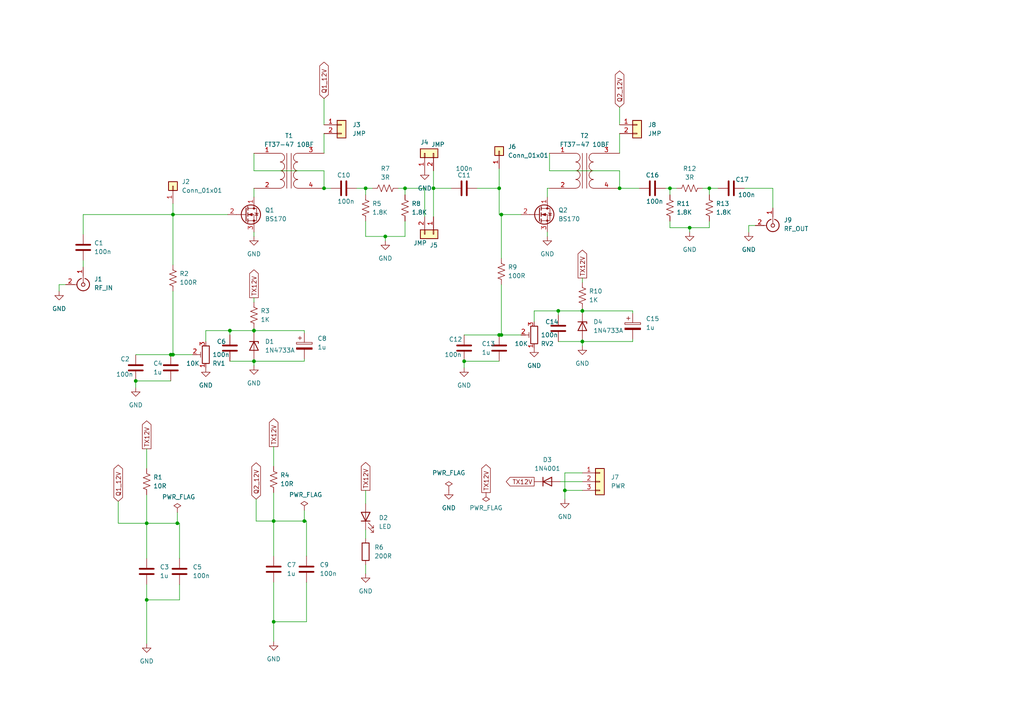
<source format=kicad_sch>
(kicad_sch (version 20211123) (generator eeschema)
  (paper "A4")
  (lib_symbols
    (symbol "Connector:Conn_Coaxial" (pin_names (offset 1.016) hide)
      (property "Reference" "J" (at 0.254 3.048 0))
      (property "Value" "Conn_Coaxial" (at 2.921 0 90))
      (symbol "Conn_Coaxial_0_1"
        (arc (start -1.778 -0.508) (mid 0.2311 -1.8066) (end 1.778 0) (stroke (width 0.254)))
        (polyline (pts (xy -2.54 0) (xy -0.508 0)))
        (polyline (pts (xy 0 -2.54) (xy 0 -1.778)))
        (circle (center 0 0) (radius 0.508) (stroke (width 0.2032)))
        (arc (start 1.778 0) (mid 0.2099 1.8101) (end -1.778 0.508) (stroke (width 0.254)))
      )
      (symbol "Conn_Coaxial_1_1"
        (pin passive line (at -5.08 0 0) (length 2.54) (name "In") (number "1"))
        (pin passive line (at 0 -5.08 90) (length 2.54) (name "Ext") (number "2"))
      )
    )
    (symbol "Connector_Generic:Conn_01x01" (pin_names (offset 1.016) hide)
      (property "Reference" "J" (at 0 2.54 0))
      (property "Value" "Conn_01x01" (at 0 -2.54 0))
      (symbol "Conn_01x01_1_1"
        (rectangle (start -1.27 0.127) (end 0 -0.127) (stroke (width 0.1524)))
        (rectangle (start -1.27 1.27) (end 1.27 -1.27) (stroke (width 0.254)) (fill (type background)))
        (pin passive line (at -5.08 0 0) (length 3.81) (name "Pin_1") (number "1"))
      )
    )
    (symbol "Connector_Generic:Conn_01x02" (pin_names (offset 1.016) hide)
      (property "Reference" "J" (at 0 2.54 0))
      (property "Value" "Conn_01x02" (at 0 -5.08 0))
      (symbol "Conn_01x02_1_1"
        (rectangle (start -1.27 -2.413) (end 0 -2.667) (stroke (width 0.1524)))
        (rectangle (start -1.27 0.127) (end 0 -0.127) (stroke (width 0.1524)))
        (rectangle (start -1.27 1.27) (end 1.27 -3.81) (stroke (width 0.254)) (fill (type background)))
        (pin passive line (at -5.08 0 0) (length 3.81) (name "Pin_1") (number "1"))
        (pin passive line (at -5.08 -2.54 0) (length 3.81) (name "Pin_2") (number "2"))
      )
    )
    (symbol "Connector_Generic:Conn_01x03" (pin_names (offset 1.016) hide)
      (property "Reference" "J" (at 0 5.08 0))
      (property "Value" "Conn_01x03" (at 0 -5.08 0))
      (symbol "Conn_01x03_1_1"
        (rectangle (start -1.27 -2.413) (end 0 -2.667) (stroke (width 0.1524)))
        (rectangle (start -1.27 0.127) (end 0 -0.127) (stroke (width 0.1524)))
        (rectangle (start -1.27 2.667) (end 0 2.413) (stroke (width 0.1524)))
        (rectangle (start -1.27 3.81) (end 1.27 -3.81) (stroke (width 0.254)) (fill (type background)))
        (pin passive line (at -5.08 2.54 0) (length 3.81) (name "Pin_1") (number "1"))
        (pin passive line (at -5.08 0 0) (length 3.81) (name "Pin_2") (number "2"))
        (pin passive line (at -5.08 -2.54 0) (length 3.81) (name "Pin_3") (number "3"))
      )
    )
    (symbol "Custom_RF:Generic Transfomer" (pin_names (offset 1.016) hide)
      (property "Reference" "T" (at 0 6.35 0))
      (property "Value" "Generic Transfomer" (at 0 -7.62 0))
      (symbol "Generic Transfomer_0_1"
        (arc (start -2.54 -5.0546) (mid -1.6599 -4.6901) (end -1.27 -3.81))
        (arc (start -2.54 -2.5146) (mid -1.6599 -2.1501) (end -1.27 -1.27))
        (arc (start -2.54 0.0254) (mid -1.6599 0.3899) (end -1.27 1.27))
        (arc (start -2.54 2.5654) (mid -1.6599 2.9299) (end -1.27 3.81))
        (arc (start -1.27 -3.81) (mid -1.642 -2.912) (end -2.54 -2.54))
        (arc (start -1.27 -1.27) (mid -1.642 -0.372) (end -2.54 0))
        (arc (start -1.27 1.27) (mid -1.642 2.168) (end -2.54 2.54))
        (arc (start -1.27 3.81) (mid -1.642 4.708) (end -2.54 5.08))
        (polyline (pts (xy -0.635 5.08) (xy -0.635 -5.08)))
        (polyline (pts (xy 0.635 -5.08) (xy 0.635 5.08)))
        (arc (start 1.2954 -1.27) (mid 1.6599 -2.1501) (end 2.54 -2.5146))
        (arc (start 1.2954 1.27) (mid 1.6599 0.3899) (end 2.54 0.0254))
        (arc (start 1.2954 3.81) (mid 1.6599 2.9299) (end 2.54 2.5654))
        (arc (start 1.3208 -3.81) (mid 1.6853 -4.6901) (end 2.5654 -5.0546))
        (arc (start 2.54 0) (mid 1.642 -0.372) (end 1.2954 -1.27))
        (arc (start 2.54 2.54) (mid 1.642 2.168) (end 1.2954 1.27))
        (arc (start 2.54 5.08) (mid 1.642 4.708) (end 1.2954 3.81))
        (arc (start 2.5654 -2.54) (mid 1.6674 -2.912) (end 1.3208 -3.81))
      )
      (symbol "Generic Transfomer_1_1"
        (pin passive line (at -10.16 5.08 0) (length 7.62) (name "AA") (number "1"))
        (pin passive line (at -10.16 -5.08 0) (length 7.62) (name "AB") (number "2"))
        (pin passive line (at 10.16 5.08 180) (length 7.62) (name "SB") (number "3"))
        (pin passive line (at 10.16 -5.08 180) (length 7.62) (name "SA") (number "4"))
      )
    )
    (symbol "Device:C" (pin_numbers hide) (pin_names (offset 0.254))
      (property "Reference" "C" (at 0.635 2.54 0))
      (property "Value" "C" (at 0.635 -2.54 0))
      (symbol "C_0_1"
        (polyline (pts (xy -2.032 -0.762) (xy 2.032 -0.762)) (stroke (width 0.508)))
        (polyline (pts (xy -2.032 0.762) (xy 2.032 0.762)) (stroke (width 0.508)))
      )
      (symbol "C_1_1"
        (pin passive line (at 0 3.81 270) (length 2.794) (name "~") (number "1"))
        (pin passive line (at 0 -3.81 90) (length 2.794) (name "~") (number "2"))
      )
    )
    (symbol "Device:C_Polarized" (pin_numbers hide) (pin_names (offset 0.254))
      (property "Reference" "C" (at 0.635 2.54 0))
      (property "Value" "C_Polarized" (at 0.635 -2.54 0))
      (symbol "C_Polarized_0_1"
        (rectangle (start -2.286 0.508) (end 2.286 1.016))
        (polyline (pts (xy -1.778 2.286) (xy -0.762 2.286)))
        (polyline (pts (xy -1.27 2.794) (xy -1.27 1.778)))
        (rectangle (start 2.286 -0.508) (end -2.286 -1.016) (fill (type outline)))
      )
      (symbol "C_Polarized_1_1"
        (pin passive line (at 0 3.81 270) (length 2.794) (name "~") (number "1"))
        (pin passive line (at 0 -3.81 90) (length 2.794) (name "~") (number "2"))
      )
    )
    (symbol "Device:LED" (pin_numbers hide) (pin_names (offset 1.016) hide)
      (property "Reference" "D" (at 0 2.54 0))
      (property "Value" "LED" (at 0 -2.54 0))
      (symbol "LED_0_1"
        (polyline (pts (xy -1.27 -1.27) (xy -1.27 1.27)) (stroke (width 0.254)))
        (polyline (pts (xy -1.27 0) (xy 1.27 0)))
        (polyline (pts (xy 1.27 -1.27) (xy 1.27 1.27) (xy -1.27 0) (xy 1.27 -1.27)) (stroke (width 0.254)))
        (polyline (pts (xy -3.048 -0.762) (xy -4.572 -2.286) (xy -3.81 -2.286) (xy -4.572 -2.286) (xy -4.572 -1.524)))
        (polyline (pts (xy -1.778 -0.762) (xy -3.302 -2.286) (xy -2.54 -2.286) (xy -3.302 -2.286) (xy -3.302 -1.524)))
      )
      (symbol "LED_1_1"
        (pin passive line (at -3.81 0 0) (length 2.54) (name "K") (number "1"))
        (pin passive line (at 3.81 0 180) (length 2.54) (name "A") (number "2"))
      )
    )
    (symbol "Device:R" (pin_numbers hide) (pin_names (offset 0))
      (property "Reference" "R" (at 2.032 0 90))
      (property "Value" "R" (at 0 0 90))
      (symbol "R_0_1"
        (rectangle (start -1.016 -2.54) (end 1.016 2.54) (stroke (width 0.254)))
      )
      (symbol "R_1_1"
        (pin passive line (at 0 3.81 270) (length 1.27) (name "~") (number "1"))
        (pin passive line (at 0 -3.81 90) (length 1.27) (name "~") (number "2"))
      )
    )
    (symbol "Device:R_Potentiometer_Trim" (pin_names (offset 1.016) hide)
      (property "Reference" "RV" (at -4.445 0 90))
      (property "Value" "R_Potentiometer_Trim" (at -2.54 0 90))
      (symbol "R_Potentiometer_Trim_0_1"
        (polyline (pts (xy 1.524 0.762) (xy 1.524 -0.762)))
        (polyline (pts (xy 2.54 0) (xy 1.524 0)))
        (rectangle (start 1.016 2.54) (end -1.016 -2.54) (stroke (width 0.254)))
      )
      (symbol "R_Potentiometer_Trim_1_1"
        (pin passive line (at 0 3.81 270) (length 1.27) (name "1") (number "1"))
        (pin passive line (at 3.81 0 180) (length 1.27) (name "2") (number "2"))
        (pin passive line (at 0 -3.81 90) (length 1.27) (name "3") (number "3"))
      )
    )
    (symbol "Device:R_US" (pin_numbers hide) (pin_names (offset 0))
      (property "Reference" "R" (at 2.54 0 90))
      (property "Value" "R_US" (at -2.54 0 90))
      (symbol "R_US_0_1"
        (polyline (pts (xy 0 -2.286) (xy 0 -2.54)))
        (polyline (pts (xy 0 2.286) (xy 0 2.54)))
        (polyline (pts (xy 0 -0.762) (xy 1.016 -1.143) (xy 0 -1.524) (xy -1.016 -1.905) (xy 0 -2.286)))
        (polyline (pts (xy 0 0.762) (xy 1.016 0.381) (xy 0 0) (xy -1.016 -0.381) (xy 0 -0.762)))
        (polyline (pts (xy 0 2.286) (xy 1.016 1.905) (xy 0 1.524) (xy -1.016 1.143) (xy 0 0.762)))
      )
      (symbol "R_US_1_1"
        (pin passive line (at 0 3.81 270) (length 1.27) (name "~") (number "1"))
        (pin passive line (at 0 -3.81 90) (length 1.27) (name "~") (number "2"))
      )
    )
    (symbol "Diode:1N4001" (pin_numbers hide) (pin_names (offset 1.016) hide)
      (property "Reference" "D" (at 0 2.54 0))
      (property "Value" "1N4001" (at 0 -2.54 0))
      (symbol "1N4001_0_1"
        (polyline (pts (xy -1.27 1.27) (xy -1.27 -1.27)) (stroke (width 0.254)))
        (polyline (pts (xy 1.27 0) (xy -1.27 0)))
        (polyline (pts (xy 1.27 1.27) (xy 1.27 -1.27) (xy -1.27 0) (xy 1.27 1.27)) (stroke (width 0.254)))
      )
      (symbol "1N4001_1_1"
        (pin passive line (at -3.81 0 0) (length 2.54) (name "K") (number "1"))
        (pin passive line (at 3.81 0 180) (length 2.54) (name "A") (number "2"))
      )
    )
    (symbol "Diode:1N47xxA" (pin_numbers hide) (pin_names hide)
      (property "Reference" "D" (at 0 2.54 0))
      (property "Value" "1N47xxA" (at 0 -2.54 0))
      (symbol "1N47xxA_0_1"
        (polyline (pts (xy 1.27 0) (xy -1.27 0)))
        (polyline (pts (xy -1.27 -1.27) (xy -1.27 1.27) (xy -0.762 1.27)) (stroke (width 0.254)))
        (polyline (pts (xy 1.27 -1.27) (xy 1.27 1.27) (xy -1.27 0) (xy 1.27 -1.27)) (stroke (width 0.254)))
      )
      (symbol "1N47xxA_1_1"
        (pin passive line (at -3.81 0 0) (length 2.54) (name "K") (number "1"))
        (pin passive line (at 3.81 0 180) (length 2.54) (name "A") (number "2"))
      )
    )
    (symbol "Transistor_FET:BS170" (pin_names hide)
      (property "Reference" "Q" (at 5.08 1.905 0))
      (property "Value" "BS170" (at 5.08 0 0))
      (symbol "BS170_0_1"
        (polyline (pts (xy 0.254 0) (xy -2.54 0)))
        (polyline (pts (xy 0.254 1.905) (xy 0.254 -1.905)) (stroke (width 0.254)))
        (polyline (pts (xy 0.762 -1.27) (xy 0.762 -2.286)) (stroke (width 0.254)))
        (polyline (pts (xy 0.762 0.508) (xy 0.762 -0.508)) (stroke (width 0.254)))
        (polyline (pts (xy 0.762 2.286) (xy 0.762 1.27)) (stroke (width 0.254)))
        (polyline (pts (xy 2.54 2.54) (xy 2.54 1.778)))
        (polyline (pts (xy 2.54 -2.54) (xy 2.54 0) (xy 0.762 0)))
        (polyline (pts (xy 0.762 -1.778) (xy 3.302 -1.778) (xy 3.302 1.778) (xy 0.762 1.778)))
        (polyline (pts (xy 1.016 0) (xy 2.032 0.381) (xy 2.032 -0.381) (xy 1.016 0)) (fill (type outline)))
        (polyline (pts (xy 2.794 0.508) (xy 2.921 0.381) (xy 3.683 0.381) (xy 3.81 0.254)))
        (polyline (pts (xy 3.302 0.381) (xy 2.921 -0.254) (xy 3.683 -0.254) (xy 3.302 0.381)))
        (circle (center 1.651 0) (radius 2.794) (stroke (width 0.254)))
        (circle (center 2.54 -1.778) (radius 0.254) (fill (type outline)))
        (circle (center 2.54 1.778) (radius 0.254) (fill (type outline)))
      )
      (symbol "BS170_1_1"
        (pin passive line (at 2.54 5.08 270) (length 2.54) (name "D") (number "1"))
        (pin input line (at -5.08 0 0) (length 2.54) (name "G") (number "2"))
        (pin passive line (at 2.54 -5.08 90) (length 2.54) (name "S") (number "3"))
      )
    )
    (symbol "power:GND" (power) (pin_names (offset 0))
      (property "Value" "GND" (at 0 -3.81 0))
      (symbol "GND_0_1"
        (polyline (pts (xy 0 0) (xy 0 -1.27) (xy 1.27 -1.27) (xy 0 -2.54) (xy -1.27 -1.27) (xy 0 -1.27)))
      )
      (symbol "GND_1_1"
        (pin power_in line (at 0 0 270) (length 0) hide (name "GND") (number "1"))
      )
    )
    (symbol "power:PWR_FLAG" (power) (pin_numbers hide) (pin_names (offset 0) hide)
      (property "Value" "PWR_FLAG" (at 0 3.81 0))
      (symbol "PWR_FLAG_0_0"
        (pin power_out line (at 0 0 90) (length 0) (name "pwr") (number "1"))
      )
      (symbol "PWR_FLAG_0_1"
        (polyline (pts (xy 0 0) (xy 0 1.27) (xy -1.016 1.905) (xy 0 2.54) (xy 1.016 1.905) (xy 0 1.27)))
      )
    )
  )
  (junction (at 49.53 102.87))
  (junction (at 200.025 66.04))
  (junction (at 144.78 97.155))
  (junction (at 179.705 54.61))
  (junction (at 73.66 95.885))
  (junction (at 194.31 54.61))
  (junction (at 111.76 68.58))
  (junction (at 42.545 173.99))
  (junction (at 168.91 99.06))
  (junction (at 205.74 54.61))
  (junction (at 144.78 54.61))
  (junction (at 106.045 54.61))
  (junction (at 51.435 151.765))
  (junction (at 145.415 97.155))
  (junction (at 50.165 102.87))
  (junction (at 117.475 54.61))
  (junction (at 39.37 110.49))
  (junction (at 161.925 90.17))
  (junction (at 168.91 90.17))
  (junction (at 163.83 142.24))
  (junction (at 145.415 62.23))
  (junction (at 42.545 151.765))
  (junction (at 125.73 54.61))
  (junction (at 50.165 62.23))
  (junction (at 66.675 95.885))
  (junction (at 73.66 104.775))
  (junction (at 93.98 54.61))
  (junction (at 79.375 151.13))
  (junction (at 79.375 180.34))
  (junction (at 134.62 104.775))
  (junction (at 88.265 151.13))
  (wire (pts (xy 50.165 102.87) (xy 55.88 102.87)))
  (wire (pts (xy 73.66 49.53) (xy 93.98 49.53)))
  (wire (pts (xy 183.515 99.06) (xy 183.515 98.425)))
  (wire (pts (xy 42.545 143.51) (xy 42.545 151.765)))
  (wire (pts (xy 194.31 66.04) (xy 194.31 64.135)))
  (wire (pts (xy 73.66 104.775) (xy 66.675 104.775)))
  (wire (pts (xy 103.505 54.61) (xy 106.045 54.61)))
  (wire (pts (xy 106.045 54.61) (xy 106.045 56.515)))
  (wire (pts (xy 50.165 59.055) (xy 50.165 62.23)))
  (wire (pts (xy 161.925 90.17) (xy 168.91 90.17)))
  (wire (pts (xy 117.475 54.61) (xy 117.475 56.515)))
  (wire (pts (xy 42.545 173.99) (xy 52.07 173.99)))
  (wire (pts (xy 163.83 142.24) (xy 168.91 142.24)))
  (wire (pts (xy 219.075 65.405) (xy 217.17 65.405)))
  (wire (pts (xy 88.265 104.775) (xy 88.265 104.14)))
  (wire (pts (xy 88.265 151.13) (xy 88.9 151.13)))
  (wire (pts (xy 111.76 68.58) (xy 106.045 68.58)))
  (wire (pts (xy 168.91 90.805) (xy 168.91 90.17)))
  (wire (pts (xy 42.545 151.765) (xy 51.435 151.765)))
  (wire (pts (xy 93.98 28.575) (xy 93.98 36.195)))
  (wire (pts (xy 73.66 95.885) (xy 88.265 95.885)))
  (wire (pts (xy 73.66 106.045) (xy 73.66 104.775)))
  (wire (pts (xy 168.91 99.06) (xy 161.925 99.06)))
  (wire (pts (xy 158.75 67.31) (xy 158.75 68.58)))
  (wire (pts (xy 145.415 97.155) (xy 151.13 97.155)))
  (wire (pts (xy 154.94 90.17) (xy 154.94 93.345)))
  (wire (pts (xy 73.66 54.61) (xy 73.66 57.15)))
  (wire (pts (xy 24.13 62.23) (xy 24.13 67.945)))
  (wire (pts (xy 79.375 180.34) (xy 88.9 180.34)))
  (wire (pts (xy 224.155 54.61) (xy 224.155 60.325)))
  (wire (pts (xy 50.165 62.23) (xy 24.13 62.23)))
  (wire (pts (xy 168.91 98.425) (xy 168.91 99.06)))
  (wire (pts (xy 158.75 54.61) (xy 159.385 54.61)))
  (wire (pts (xy 179.705 38.735) (xy 179.705 44.45)))
  (wire (pts (xy 194.31 54.61) (xy 196.215 54.61)))
  (wire (pts (xy 17.145 82.55) (xy 17.145 84.455)))
  (wire (pts (xy 39.37 112.395) (xy 39.37 110.49)))
  (wire (pts (xy 145.415 82.55) (xy 145.415 97.155)))
  (wire (pts (xy 117.475 68.58) (xy 111.76 68.58)))
  (wire (pts (xy 144.78 62.23) (xy 144.78 54.61)))
  (wire (pts (xy 24.13 75.565) (xy 24.13 77.47)))
  (wire (pts (xy 125.73 62.865) (xy 125.73 54.61)))
  (wire (pts (xy 168.91 90.17) (xy 168.91 89.535)))
  (wire (pts (xy 144.78 48.895) (xy 144.78 54.61)))
  (wire (pts (xy 34.29 145.415) (xy 34.29 151.765)))
  (wire (pts (xy 73.66 86.36) (xy 73.66 87.63)))
  (wire (pts (xy 59.69 95.885) (xy 59.69 99.06)))
  (wire (pts (xy 93.98 49.53) (xy 93.98 54.61)))
  (wire (pts (xy 125.73 49.53) (xy 125.73 54.61)))
  (wire (pts (xy 194.31 54.61) (xy 194.31 56.515)))
  (wire (pts (xy 179.705 49.53) (xy 179.705 54.61)))
  (wire (pts (xy 42.545 173.99) (xy 42.545 186.69)))
  (wire (pts (xy 154.94 90.17) (xy 161.925 90.17)))
  (wire (pts (xy 168.91 137.16) (xy 163.83 137.16)))
  (wire (pts (xy 123.19 54.61) (xy 123.19 62.865)))
  (wire (pts (xy 151.13 62.23) (xy 145.415 62.23)))
  (wire (pts (xy 145.415 97.155) (xy 144.78 97.155)))
  (wire (pts (xy 163.83 142.24) (xy 163.83 144.78)))
  (wire (pts (xy 73.66 104.775) (xy 88.265 104.775)))
  (wire (pts (xy 179.705 31.115) (xy 179.705 36.195)))
  (wire (pts (xy 42.545 130.175) (xy 42.545 135.89)))
  (wire (pts (xy 79.375 151.13) (xy 88.265 151.13)))
  (wire (pts (xy 205.74 54.61) (xy 205.74 56.515)))
  (wire (pts (xy 59.69 95.885) (xy 66.675 95.885)))
  (wire (pts (xy 205.74 54.61) (xy 208.28 54.61)))
  (wire (pts (xy 183.515 90.17) (xy 183.515 90.805)))
  (wire (pts (xy 134.62 106.68) (xy 134.62 104.775)))
  (wire (pts (xy 66.675 95.885) (xy 73.66 95.885)))
  (wire (pts (xy 79.375 168.91) (xy 79.375 180.34)))
  (wire (pts (xy 93.98 38.735) (xy 93.98 44.45)))
  (wire (pts (xy 88.265 147.955) (xy 88.265 151.13)))
  (wire (pts (xy 200.025 66.04) (xy 194.31 66.04)))
  (wire (pts (xy 205.74 64.135) (xy 205.74 66.04)))
  (wire (pts (xy 50.165 84.455) (xy 50.165 102.87)))
  (wire (pts (xy 73.66 67.31) (xy 73.66 68.58)))
  (wire (pts (xy 134.62 104.775) (xy 144.78 104.775)))
  (wire (pts (xy 50.165 102.87) (xy 49.53 102.87)))
  (wire (pts (xy 217.17 65.405) (xy 217.17 67.31)))
  (wire (pts (xy 39.37 102.87) (xy 49.53 102.87)))
  (wire (pts (xy 117.475 64.135) (xy 117.475 68.58)))
  (wire (pts (xy 79.375 151.13) (xy 79.375 161.29)))
  (wire (pts (xy 159.385 44.45) (xy 159.385 49.53)))
  (wire (pts (xy 168.91 90.17) (xy 183.515 90.17)))
  (wire (pts (xy 79.375 180.34) (xy 79.375 186.055)))
  (wire (pts (xy 138.43 54.61) (xy 144.78 54.61)))
  (wire (pts (xy 42.545 151.765) (xy 34.29 151.765)))
  (wire (pts (xy 88.9 151.13) (xy 88.9 161.29)))
  (wire (pts (xy 163.83 137.16) (xy 163.83 142.24)))
  (wire (pts (xy 134.62 97.155) (xy 144.78 97.155)))
  (wire (pts (xy 159.385 49.53) (xy 179.705 49.53)))
  (wire (pts (xy 205.74 66.04) (xy 200.025 66.04)))
  (wire (pts (xy 79.375 151.13) (xy 74.295 151.13)))
  (wire (pts (xy 50.165 62.23) (xy 50.165 76.835)))
  (wire (pts (xy 158.75 54.61) (xy 158.75 57.15)))
  (wire (pts (xy 66.04 62.23) (xy 50.165 62.23)))
  (wire (pts (xy 106.045 68.58) (xy 106.045 64.135)))
  (wire (pts (xy 117.475 54.61) (xy 123.19 54.61)))
  (wire (pts (xy 168.91 80.645) (xy 168.91 81.915)))
  (wire (pts (xy 168.91 100.33) (xy 168.91 99.06)))
  (wire (pts (xy 179.705 54.61) (xy 185.42 54.61)))
  (wire (pts (xy 39.37 110.49) (xy 49.53 110.49)))
  (wire (pts (xy 145.415 62.23) (xy 144.78 62.23)))
  (wire (pts (xy 106.045 153.67) (xy 106.045 156.21)))
  (wire (pts (xy 215.9 54.61) (xy 224.155 54.61)))
  (wire (pts (xy 73.66 96.52) (xy 73.66 95.885)))
  (wire (pts (xy 88.9 180.34) (xy 88.9 168.91)))
  (wire (pts (xy 51.435 148.59) (xy 51.435 151.765)))
  (wire (pts (xy 66.675 95.885) (xy 66.675 97.155)))
  (wire (pts (xy 115.57 54.61) (xy 117.475 54.61)))
  (wire (pts (xy 168.91 99.06) (xy 183.515 99.06)))
  (wire (pts (xy 42.545 151.765) (xy 42.545 161.925)))
  (wire (pts (xy 79.375 129.54) (xy 79.375 135.255)))
  (wire (pts (xy 74.295 144.78) (xy 74.295 151.13)))
  (wire (pts (xy 51.435 151.765) (xy 52.07 151.765)))
  (wire (pts (xy 73.66 44.45) (xy 73.66 49.53)))
  (wire (pts (xy 106.045 163.83) (xy 106.045 166.37)))
  (wire (pts (xy 200.025 66.04) (xy 200.025 67.31)))
  (wire (pts (xy 42.545 169.545) (xy 42.545 173.99)))
  (wire (pts (xy 88.265 95.885) (xy 88.265 96.52)))
  (wire (pts (xy 145.415 62.23) (xy 145.415 74.93)))
  (wire (pts (xy 19.05 82.55) (xy 17.145 82.55)))
  (wire (pts (xy 193.04 54.61) (xy 194.31 54.61)))
  (wire (pts (xy 73.66 104.14) (xy 73.66 104.775)))
  (wire (pts (xy 106.045 142.24) (xy 106.045 146.05)))
  (wire (pts (xy 52.07 151.765) (xy 52.07 161.925)))
  (wire (pts (xy 106.045 54.61) (xy 107.95 54.61)))
  (wire (pts (xy 93.98 54.61) (xy 95.885 54.61)))
  (wire (pts (xy 52.07 169.545) (xy 52.07 173.99)))
  (wire (pts (xy 161.925 90.17) (xy 161.925 91.44)))
  (wire (pts (xy 203.835 54.61) (xy 205.74 54.61)))
  (wire (pts (xy 79.375 142.875) (xy 79.375 151.13)))
  (wire (pts (xy 111.76 68.58) (xy 111.76 69.85)))
  (wire (pts (xy 73.66 95.885) (xy 73.66 95.25)))
  (wire (pts (xy 162.56 139.7) (xy 168.91 139.7)))
  (wire (pts (xy 125.73 54.61) (xy 130.81 54.61)))
  (global_label "Q1_12V" (shape bidirectional) (at 34.29 145.415 90) (property "Intersheet References" "${INTERSHEET_REFS}" (effects hide)))
  (global_label "Q1_12V" (shape bidirectional) (at 93.98 28.575 90) (property "Intersheet References" "${INTERSHEET_REFS}" (effects hide)))
  (global_label "TX12V" (shape output) (at 42.545 130.175 90) (property "Intersheet References" "${INTERSHEET_REFS}" (effects hide)))
  (global_label "Q2_12V" (shape bidirectional) (at 179.705 31.115 90) (property "Intersheet References" "${INTERSHEET_REFS}" (effects hide)))
  (global_label "Q2_12V" (shape bidirectional) (at 74.295 144.78 90) (property "Intersheet References" "${INTERSHEET_REFS}" (effects hide)))
  (global_label "TX12V" (shape output) (at 140.97 142.875 90) (property "Intersheet References" "${INTERSHEET_REFS}" (effects hide)))
  (global_label "TX12V" (shape output) (at 168.91 80.645 90) (property "Intersheet References" "${INTERSHEET_REFS}" (effects hide)))
  (global_label "TX12V" (shape output) (at 79.375 129.54 90) (property "Intersheet References" "${INTERSHEET_REFS}" (effects hide)))
  (global_label "TX12V" (shape output) (at 106.045 142.24 90) (property "Intersheet References" "${INTERSHEET_REFS}" (effects hide)))
  (global_label "TX12V" (shape output) (at 154.94 139.7 180) (property "Intersheet References" "${INTERSHEET_REFS}" (effects hide)))
  (global_label "TX12V" (shape output) (at 73.66 86.36 90) (property "Intersheet References" "${INTERSHEET_REFS}" (effects hide)))
  (symbol (lib_id "Device:R_US") (at 145.415 78.74 180) (unit 1)
    (property "Reference" "R9" (at 147.32 77.4699 0) (effects (justify right)))
    (property "Value" "100R" (at 147.32 80.0099 0) (effects (justify right)))
    (property "Footprint" "Resistor_SMD:R_1206_3216Metric" (effects hide))
  )
  (symbol (lib_id "Device:R_US") (at 73.66 91.44 0) (unit 1)
    (property "Reference" "R3" (at 75.565 90.1699 0) (effects (justify left)))
    (property "Value" "1K" (at 75.565 92.7099 0) (effects (justify left)))
    (property "Footprint" "Resistor_SMD:R_1206_3216Metric" (effects hide))
  )
  (symbol (lib_id "Connector:Conn_Coaxial") (at 24.13 82.55 270) (unit 1)
    (property "Reference" "J1" (at 27.305 80.9624 90) (effects (justify left)))
    (property "Value" "RF_IN" (at 27.305 83.5024 90) (effects (justify left)))
    (property "Footprint" "Connector_Coaxial:SMA_Amphenol_901-144_Vertical" (effects hide))
    (property "Datasheet" " ~" (effects hide))
  )
  (symbol (lib_id "Device:R_US") (at 205.74 60.325 180) (unit 1)
    (property "Reference" "R13" (at 207.645 59.0549 0) (effects (justify right)))
    (property "Value" "1.8K" (at 207.645 61.5949 0) (effects (justify right)))
    (property "Footprint" "Resistor_SMD:R_1206_3216Metric" (effects hide))
  )
  (symbol (lib_id "Device:R_US") (at 50.165 80.645 180) (unit 1)
    (property "Reference" "R2" (at 52.07 79.3749 0) (effects (justify right)))
    (property "Value" "100R" (at 52.07 81.9149 0) (effects (justify right)))
    (property "Footprint" "Resistor_SMD:R_1206_3216Metric" (effects hide))
  )
  (symbol (lib_id "power:GND") (at 163.83 144.78 0) (unit 1)
    (property "Reference" "#PWR014" (effects hide))
    (property "Value" "GND" (at 163.83 149.86 0))
  )
  (symbol (lib_id "power:GND") (at 130.175 142.24 0) (unit 1)
    (property "Reference" "#PWR010" (effects hide))
    (property "Value" "GND" (at 130.175 147.32 0))
  )
  (symbol (lib_id "Transistor_FET:BS170") (at 71.12 62.23 0) (unit 1)
    (property "Reference" "Q1" (at 76.835 60.9599 0) (effects (justify left)))
    (property "Value" "BS170" (at 76.835 63.4999 0) (effects (justify left)))
    (property "Footprint" "Package_TO_SOT_THT:TO-92_Inline_Wide" (effects hide))
    (property "Datasheet" "https://www.onsemi.com/pub/Collateral/BS170-D.PDF" (effects hide))
  )
  (symbol (lib_id "Device:C") (at 99.695 54.61 270) (unit 1)
    (property "Reference" "C10" (at 99.695 50.8 90))
    (property "Value" "100n" (at 100.33 58.42 90))
    (property "Footprint" "Capacitor_SMD:C_1206_3216Metric" (effects hide))
  )
  (symbol (lib_id "Connector_Generic:Conn_01x02") (at 125.73 67.945 270) (unit 1)
    (property "Reference" "J5" (at 127 71.12 90) (effects (justify right)))
    (property "Value" "JMP" (at 123.825 70.485 90) (effects (justify right)))
    (property "Footprint" "Connector_PinHeader_2.54mm:PinHeader_1x02_P2.54mm_Vertical" (effects hide))
  )
  (symbol (lib_id "power:GND") (at 106.045 166.37 0) (unit 1)
    (property "Reference" "#PWR08" (effects hide))
    (property "Value" "GND" (at 106.045 171.45 0))
  )
  (symbol (lib_id "Device:C") (at 42.545 165.735 0) (unit 1)
    (property "Reference" "C3" (at 46.355 164.4649 0) (effects (justify left)))
    (property "Value" "1u" (at 46.355 167.0049 0) (effects (justify left)))
    (property "Footprint" "Capacitor_SMD:C_1206_3216Metric" (effects hide))
  )
  (symbol (lib_id "power:GND") (at 73.66 68.58 0) (unit 1)
    (property "Reference" "#PWR05" (effects hide))
    (property "Value" "GND" (at 73.66 73.66 0))
  )
  (symbol (lib_id "Device:C") (at 161.925 95.25 0) (unit 1)
    (property "Reference" "C14" (at 158.115 93.345 0) (effects (justify left)))
    (property "Value" "100n" (at 156.845 97.155 0) (effects (justify left)))
    (property "Footprint" "Capacitor_SMD:C_1206_3216Metric" (effects hide))
  )
  (symbol (lib_id "Device:R_US") (at 106.045 60.325 180) (unit 1)
    (property "Reference" "R5" (at 107.95 59.0549 0) (effects (justify right)))
    (property "Value" "1.8K" (at 107.95 61.5949 0) (effects (justify right)))
    (property "Footprint" "Resistor_SMD:R_1206_3216Metric" (effects hide))
  )
  (symbol (lib_id "Device:C") (at 212.09 54.61 270) (unit 1)
    (property "Reference" "C17" (at 215.265 52.07 90))
    (property "Value" "100n" (at 216.535 56.515 90))
    (property "Footprint" "Capacitor_SMD:C_1206_3216Metric" (effects hide))
  )
  (symbol (lib_id "power:PWR_FLAG") (at 51.435 148.59 0) (unit 1)
    (property "Reference" "#FLG01" (effects hide))
    (property "Value" "PWR_FLAG" (at 46.99 144.145 0) (effects (justify left)))
  )
  (symbol (lib_id "power:GND") (at 111.76 69.85 0) (unit 1)
    (property "Reference" "#PWR09" (effects hide))
    (property "Value" "GND" (at 111.76 74.93 0))
  )
  (symbol (lib_id "Device:C") (at 189.23 54.61 270) (unit 1)
    (property "Reference" "C16" (at 189.23 50.8 90))
    (property "Value" "100n" (at 189.865 58.42 90))
    (property "Footprint" "Capacitor_SMD:C_1206_3216Metric" (effects hide))
  )
  (symbol (lib_id "power:GND") (at 59.69 106.68 0) (unit 1)
    (property "Reference" "#PWR04" (effects hide))
    (property "Value" "GND" (at 59.69 111.76 0))
  )
  (symbol (lib_id "Custom_RF:Generic Transfomer") (at 169.545 49.53 0) (unit 1)
    (property "Reference" "T2" (at 169.5577 39.37 0))
    (property "Value" "FT37-47 10BF" (at 169.5577 41.91 0))
    (property "Footprint" "Transformer_THT:Transformer_Toroid_Horizontal_D10.5mm_Amidon-T37" (effects hide))
  )
  (symbol (lib_id "Device:C") (at 144.78 100.965 0) (unit 1)
    (property "Reference" "C13" (at 139.7 99.695 0) (effects (justify left)))
    (property "Value" "1u" (at 139.7 102.235 0) (effects (justify left)))
    (property "Footprint" "Capacitor_SMD:C_1206_3216Metric" (effects hide))
  )
  (symbol (lib_id "Connector:Conn_Coaxial") (at 224.155 65.405 270) (unit 1)
    (property "Reference" "J9" (at 227.33 63.8174 90) (effects (justify left)))
    (property "Value" "RF_OUT" (at 227.33 66.3574 90) (effects (justify left)))
    (property "Footprint" "Connector_Coaxial:SMA_Amphenol_901-144_Vertical" (effects hide))
    (property "Datasheet" " ~" (effects hide))
  )
  (symbol (lib_id "power:GND") (at 200.025 67.31 0) (unit 1)
    (property "Reference" "#PWR016" (effects hide))
    (property "Value" "GND" (at 200.025 72.39 0))
  )
  (symbol (lib_id "Device:R_Potentiometer_Trim") (at 154.94 97.155 180) (unit 1)
    (property "Reference" "RV2" (at 156.845 99.695 0) (effects (justify right)))
    (property "Value" "10K" (at 149.225 99.695 0) (effects (justify right)))
    (property "Footprint" "Potentiometer_THT:Potentiometer_Bourns_3296W_Vertical" (effects hide))
  )
  (symbol (lib_id "power:PWR_FLAG") (at 130.175 142.24 0) (unit 1)
    (property "Reference" "#FLG03" (effects hide))
    (property "Value" "PWR_FLAG" (at 130.175 137.16 0))
  )
  (symbol (lib_id "Device:C") (at 49.53 106.68 0) (unit 1)
    (property "Reference" "C4" (at 44.45 105.41 0) (effects (justify left)))
    (property "Value" "1u" (at 44.45 107.95 0) (effects (justify left)))
    (property "Footprint" "Capacitor_SMD:C_1206_3216Metric" (effects hide))
  )
  (symbol (lib_id "Device:C") (at 52.07 165.735 0) (unit 1)
    (property "Reference" "C5" (at 55.88 164.4649 0) (effects (justify left)))
    (property "Value" "100n" (at 55.88 167.0049 0) (effects (justify left)))
    (property "Footprint" "Capacitor_SMD:C_1206_3216Metric" (effects hide))
  )
  (symbol (lib_id "Device:R_US") (at 79.375 139.065 0) (unit 1)
    (property "Reference" "R4" (at 81.28 137.7949 0) (effects (justify left)))
    (property "Value" "10R" (at 81.28 140.3349 0) (effects (justify left)))
    (property "Footprint" "Resistor_SMD:R_1206_3216Metric" (effects hide))
  )
  (symbol (lib_id "Connector_Generic:Conn_01x02") (at 99.06 36.195 0) (unit 1)
    (property "Reference" "J3" (at 102.235 36.1949 0) (effects (justify left)))
    (property "Value" "JMP" (at 102.235 38.7349 0) (effects (justify left)))
    (property "Footprint" "Connector_PinHeader_2.54mm:PinHeader_1x02_P2.54mm_Vertical" (effects hide))
  )
  (symbol (lib_id "Diode:1N47xxA") (at 73.66 100.33 270) (unit 1)
    (property "Reference" "D1" (at 76.835 99.0599 90) (effects (justify left)))
    (property "Value" "1N4733A" (at 76.835 101.5999 90) (effects (justify left)))
    (property "Footprint" "Diode_THT:D_DO-41_SOD81_P10.16mm_Horizontal" (effects hide))
    (property "Datasheet" "https://www.vishay.com/docs/85816/1n4728a.pdf" (effects hide))
  )
  (symbol (lib_id "power:GND") (at 123.19 49.53 0) (unit 1)
    (property "Reference" "#PWR?" (effects hide))
    (property "Value" "GND" (at 123.19 54.61 0))
  )
  (symbol (lib_id "Device:R_US") (at 111.76 54.61 90) (unit 1)
    (property "Reference" "R7" (at 111.76 48.895 90))
    (property "Value" "3R" (at 111.76 51.435 90))
    (property "Footprint" "Resistor_SMD:R_1206_3216Metric" (effects hide))
  )
  (symbol (lib_id "Device:C") (at 88.9 165.1 0) (unit 1)
    (property "Reference" "C9" (at 92.71 163.8299 0) (effects (justify left)))
    (property "Value" "100n" (at 92.71 166.3699 0) (effects (justify left)))
    (property "Footprint" "Capacitor_SMD:C_1206_3216Metric" (effects hide))
  )
  (symbol (lib_id "Device:C") (at 79.375 165.1 0) (unit 1)
    (property "Reference" "C7" (at 83.185 163.8299 0) (effects (justify left)))
    (property "Value" "1u" (at 83.185 166.3699 0) (effects (justify left)))
    (property "Footprint" "Capacitor_SMD:C_1206_3216Metric" (effects hide))
  )
  (symbol (lib_id "Device:R_US") (at 42.545 139.7 0) (unit 1)
    (property "Reference" "R1" (at 44.45 138.4299 0) (effects (justify left)))
    (property "Value" "10R" (at 44.45 140.9699 0) (effects (justify left)))
    (property "Footprint" "Resistor_SMD:R_1206_3216Metric" (effects hide))
  )
  (symbol (lib_id "Connector_Generic:Conn_01x01") (at 50.165 53.975 90) (unit 1)
    (property "Reference" "J2" (at 52.705 52.7049 90) (effects (justify right)))
    (property "Value" "Conn_01x01" (at 52.705 55.2449 90) (effects (justify right)))
    (property "Footprint" "Connector_PinHeader_1.00mm:PinHeader_1x01_P1.00mm_Vertical" (effects hide))
  )
  (symbol (lib_id "Diode:1N4001") (at 158.75 139.7 0) (unit 1)
    (property "Reference" "D3" (at 158.75 133.35 0))
    (property "Value" "1N4001" (at 158.75 135.89 0))
    (property "Footprint" "Diode_THT:D_DO-41_SOD81_P10.16mm_Horizontal" (effects hide))
    (property "Datasheet" "http://www.vishay.com/docs/88503/1n4001.pdf" (effects hide))
  )
  (symbol (lib_id "power:GND") (at 17.145 84.455 0) (unit 1)
    (property "Reference" "#PWR01" (effects hide))
    (property "Value" "GND" (at 17.145 89.535 0))
  )
  (symbol (lib_id "Device:R_US") (at 200.025 54.61 90) (unit 1)
    (property "Reference" "R12" (at 200.025 48.895 90))
    (property "Value" "3R" (at 200.025 51.435 90))
    (property "Footprint" "Resistor_SMD:R_1206_3216Metric" (effects hide))
  )
  (symbol (lib_id "power:GND") (at 39.37 112.395 0) (unit 1)
    (property "Reference" "#PWR02" (effects hide))
    (property "Value" "GND" (at 39.37 117.475 0))
  )
  (symbol (lib_id "power:PWR_FLAG") (at 88.265 147.955 0) (unit 1)
    (property "Reference" "#FLG02" (effects hide))
    (property "Value" "PWR_FLAG" (at 83.82 143.51 0) (effects (justify left)))
  )
  (symbol (lib_id "Connector_Generic:Conn_01x01") (at 144.78 43.815 90) (unit 1)
    (property "Reference" "J6" (at 147.32 42.5449 90) (effects (justify right)))
    (property "Value" "Conn_01x01" (at 147.32 45.0849 90) (effects (justify right)))
    (property "Footprint" "Connector_PinHeader_1.00mm:PinHeader_1x01_P1.00mm_Vertical" (effects hide))
  )
  (symbol (lib_id "Device:C") (at 66.675 100.965 0) (unit 1)
    (property "Reference" "C6" (at 62.865 99.06 0) (effects (justify left)))
    (property "Value" "100n" (at 61.595 102.87 0) (effects (justify left)))
    (property "Footprint" "Capacitor_SMD:C_1206_3216Metric" (effects hide))
  )
  (symbol (lib_id "Transistor_FET:BS170") (at 156.21 62.23 0) (unit 1)
    (property "Reference" "Q2" (at 161.925 60.9599 0) (effects (justify left)))
    (property "Value" "BS170" (at 161.925 63.4999 0) (effects (justify left)))
    (property "Footprint" "Package_TO_SOT_THT:TO-92_Inline_Wide" (effects hide))
    (property "Datasheet" "https://www.onsemi.com/pub/Collateral/BS170-D.PDF" (effects hide))
  )
  (symbol (lib_id "power:GND") (at 168.91 100.33 0) (unit 1)
    (property "Reference" "#PWR015" (effects hide))
    (property "Value" "GND" (at 168.91 105.41 0))
  )
  (symbol (lib_id "Device:C") (at 134.62 54.61 270) (unit 1)
    (property "Reference" "C11" (at 134.62 50.8 90))
    (property "Value" "100n" (at 134.62 48.895 90))
    (property "Footprint" "Capacitor_SMD:C_1206_3216Metric" (effects hide))
  )
  (symbol (lib_id "Custom_RF:Generic Transfomer") (at 83.82 49.53 0) (unit 1)
    (property "Reference" "T1" (at 83.8327 39.37 0))
    (property "Value" "FT37-47 10BF" (at 83.8327 41.91 0))
    (property "Footprint" "Transformer_THT:Transformer_Toroid_Horizontal_D10.5mm_Amidon-T37" (effects hide))
  )
  (symbol (lib_id "power:GND") (at 42.545 186.69 0) (unit 1)
    (property "Reference" "#PWR03" (effects hide))
    (property "Value" "GND" (at 42.545 191.77 0))
  )
  (symbol (lib_id "Connector_Generic:Conn_01x03") (at 173.99 139.7 0) (unit 1)
    (property "Reference" "J7" (at 177.165 138.4299 0) (effects (justify left)))
    (property "Value" "PWR" (at 177.165 140.9699 0) (effects (justify left)))
    (property "Footprint" "Connector_PinHeader_2.54mm:PinHeader_1x03_P2.54mm_Vertical" (effects hide))
  )
  (symbol (lib_id "Connector_Generic:Conn_01x02") (at 184.785 36.195 0) (unit 1)
    (property "Reference" "J8" (at 187.96 36.1949 0) (effects (justify left)))
    (property "Value" "JMP" (at 187.96 38.7349 0) (effects (justify left)))
    (property "Footprint" "Connector_PinHeader_2.54mm:PinHeader_1x02_P2.54mm_Vertical" (effects hide))
  )
  (symbol (lib_id "Device:R_US") (at 194.31 60.325 180) (unit 1)
    (property "Reference" "R11" (at 196.215 59.0549 0) (effects (justify right)))
    (property "Value" "1.8K" (at 196.215 61.5949 0) (effects (justify right)))
    (property "Footprint" "Resistor_SMD:R_1206_3216Metric" (effects hide))
  )
  (symbol (lib_id "Device:C_Polarized") (at 183.515 94.615 0) (unit 1)
    (property "Reference" "C15" (at 187.325 92.4559 0) (effects (justify left)))
    (property "Value" "1u" (at 187.325 94.9959 0) (effects (justify left)))
    (property "Footprint" "Capacitor_THT:CP_Radial_D8.0mm_P2.50mm" (effects hide))
  )
  (symbol (lib_id "Device:R_US") (at 168.91 85.725 0) (unit 1)
    (property "Reference" "R10" (at 170.815 84.4549 0) (effects (justify left)))
    (property "Value" "1K" (at 170.815 86.9949 0) (effects (justify left)))
    (property "Footprint" "Resistor_SMD:R_1206_3216Metric" (effects hide))
  )
  (symbol (lib_id "power:GND") (at 79.375 186.055 0) (unit 1)
    (property "Reference" "#PWR07" (effects hide))
    (property "Value" "GND" (at 79.375 191.135 0))
  )
  (symbol (lib_id "Device:C") (at 24.13 71.755 180) (unit 1)
    (property "Reference" "C1" (at 27.305 70.4849 0) (effects (justify right)))
    (property "Value" "100n" (at 27.305 73.0249 0) (effects (justify right)))
    (property "Footprint" "Capacitor_SMD:C_1206_3216Metric" (effects hide))
  )
  (symbol (lib_id "Diode:1N47xxA") (at 168.91 94.615 270) (unit 1)
    (property "Reference" "D4" (at 172.085 93.3449 90) (effects (justify left)))
    (property "Value" "1N4733A" (at 172.085 95.8849 90) (effects (justify left)))
    (property "Footprint" "Diode_THT:D_DO-41_SOD81_P10.16mm_Horizontal" (effects hide))
    (property "Datasheet" "https://www.vishay.com/docs/85816/1n4728a.pdf" (effects hide))
  )
  (symbol (lib_id "Device:C") (at 39.37 106.68 0) (unit 1)
    (property "Reference" "C2" (at 34.925 104.14 0) (effects (justify left)))
    (property "Value" "100n" (at 33.655 108.585 0) (effects (justify left)))
    (property "Footprint" "Capacitor_SMD:C_1206_3216Metric" (effects hide))
  )
  (symbol (lib_id "Device:R_Potentiometer_Trim") (at 59.69 102.87 180) (unit 1)
    (property "Reference" "RV1" (at 61.595 105.41 0) (effects (justify right)))
    (property "Value" "10K" (at 53.975 105.41 0) (effects (justify right)))
    (property "Footprint" "Potentiometer_THT:Potentiometer_Bourns_3296W_Vertical" (effects hide))
  )
  (symbol (lib_id "power:GND") (at 158.75 68.58 0) (unit 1)
    (property "Reference" "#PWR013" (effects hide))
    (property "Value" "GND" (at 158.75 73.66 0))
  )
  (symbol (lib_id "Device:LED") (at 106.045 149.86 90) (unit 1)
    (property "Reference" "D2" (at 109.855 150.1774 90) (effects (justify right)))
    (property "Value" "LED" (at 109.855 152.7174 90) (effects (justify right)))
    (property "Footprint" "LED_THT:LED_D3.0mm" (effects hide))
  )
  (symbol (lib_id "power:PWR_FLAG") (at 140.97 142.875 180) (unit 1)
    (property "Reference" "#FLG04" (effects hide))
    (property "Value" "PWR_FLAG" (at 140.97 147.32 0))
  )
  (symbol (lib_id "Device:C_Polarized") (at 88.265 100.33 0) (unit 1)
    (property "Reference" "C8" (at 92.075 98.1709 0) (effects (justify left)))
    (property "Value" "1u" (at 92.075 100.7109 0) (effects (justify left)))
    (property "Footprint" "Capacitor_THT:CP_Radial_D8.0mm_P2.50mm" (effects hide))
  )
  (symbol (lib_id "Device:R") (at 106.045 160.02 0) (unit 1)
    (property "Reference" "R6" (at 108.585 158.7499 0) (effects (justify left)))
    (property "Value" "200R" (at 108.585 161.2899 0) (effects (justify left)))
    (property "Footprint" "Resistor_SMD:R_1206_3216Metric" (effects hide))
  )
  (symbol (lib_id "Device:R_US") (at 117.475 60.325 180) (unit 1)
    (property "Reference" "R8" (at 119.38 59.055 0) (effects (justify right)))
    (property "Value" "1.8K" (at 119.38 61.595 0) (effects (justify right)))
    (property "Footprint" "Resistor_SMD:R_1206_3216Metric" (effects hide))
  )
  (symbol (lib_id "power:GND") (at 134.62 106.68 0) (unit 1)
    (property "Reference" "#PWR011" (effects hide))
    (property "Value" "GND" (at 134.62 111.76 0))
  )
  (symbol (lib_id "power:GND") (at 73.66 106.045 0) (unit 1)
    (property "Reference" "#PWR06" (effects hide))
    (property "Value" "GND" (at 73.66 111.125 0))
  )
  (symbol (lib_id "Device:C") (at 134.62 100.965 0) (unit 1)
    (property "Reference" "C12" (at 130.175 98.425 0) (effects (justify left)))
    (property "Value" "100n" (at 128.905 102.87 0) (effects (justify left)))
    (property "Footprint" "Capacitor_SMD:C_1206_3216Metric" (effects hide))
  )
  (symbol (lib_id "power:GND") (at 217.17 67.31 0) (unit 1)
    (property "Reference" "#PWR017" (effects hide))
    (property "Value" "GND" (at 217.17 72.39 0))
  )
  (symbol (lib_id "Connector_Generic:Conn_01x02") (at 123.19 44.45 90) (unit 1)
    (property "Reference" "J4" (at 121.92 41.275 90) (effects (justify right)))
    (property "Value" "JMP" (at 125.095 41.91 90) (effects (justify right)))
    (property "Footprint" "Connector_PinHeader_2.54mm:PinHeader_1x02_P2.54mm_Vertical" (effects hide))
  )
  (symbol (lib_id "power:GND") (at 154.94 100.965 0) (unit 1)
    (property "Reference" "#PWR012" (effects hide))
    (property "Value" "GND" (at 154.94 106.045 0))
  )
)
</source>
